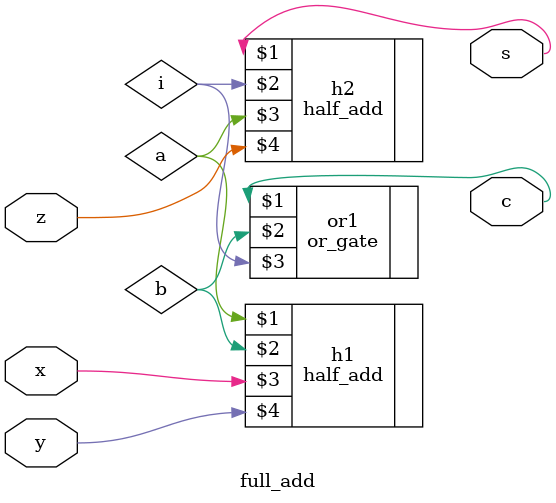
<source format=v>
module full_add(s,c,x,y,z);

output s,c;
input x,y,z;

wire a,b,i;

half_add h1(a,b,x,y);
half_add h2(s,i,a,z);

or_gate or1(c,b,i);

endmodule

</source>
